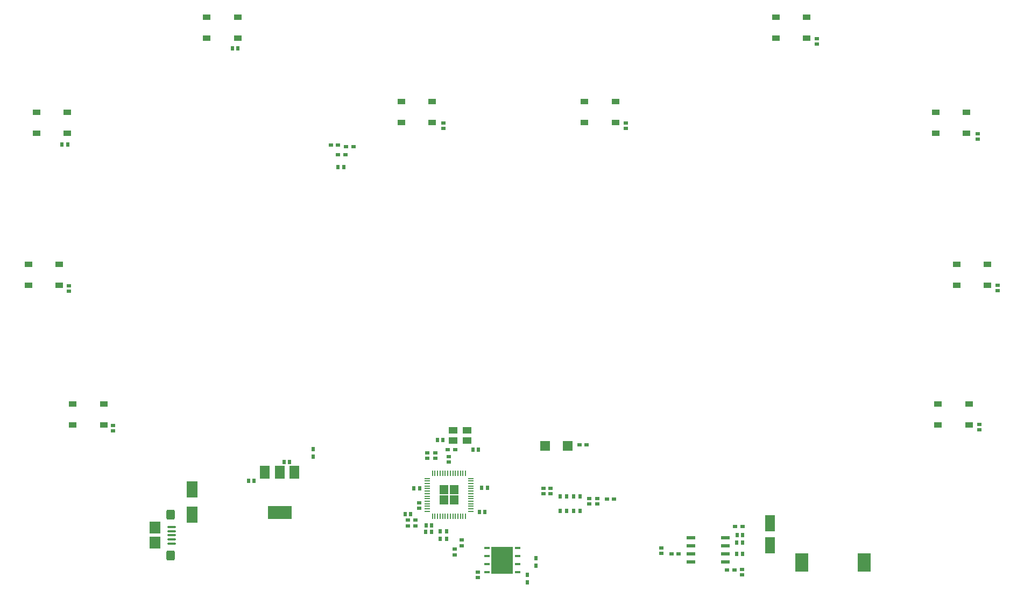
<source format=gbr>
%TF.GenerationSoftware,Altium Limited,Altium Designer,24.6.1 (21)*%
G04 Layer_Color=8421504*
%FSLAX45Y45*%
%MOMM*%
%TF.SameCoordinates,D6E34864-ACFE-43FA-A01B-F9739AC3D18D*%
%TF.FilePolarity,Positive*%
%TF.FileFunction,Paste,Top*%
%TF.Part,Single*%
G01*
G75*
%TA.AperFunction,SMDPad,CuDef*%
%ADD10R,0.17780X0.81280*%
%ADD11R,0.60000X0.75000*%
%ADD12R,0.60000X0.64000*%
%ADD13R,0.64000X0.60000*%
%ADD14R,0.75000X0.60000*%
%ADD15R,1.46050X0.55880*%
%ADD16R,1.60000X2.50000*%
%ADD17R,2.00000X3.00000*%
%ADD18R,1.24460X0.93980*%
%ADD19O,1.35000X0.40000*%
%ADD20R,1.80000X1.90000*%
G04:AMPARAMS|DCode=21|XSize=1.6mm|YSize=1.4mm|CornerRadius=0.35mm|HoleSize=0mm|Usage=FLASHONLY|Rotation=90.000|XOffset=0mm|YOffset=0mm|HoleType=Round|Shape=RoundedRectangle|*
%AMROUNDEDRECTD21*
21,1,1.60000,0.70000,0,0,90.0*
21,1,0.90000,1.40000,0,0,90.0*
1,1,0.70000,0.35000,0.45000*
1,1,0.70000,0.35000,-0.45000*
1,1,0.70000,-0.35000,-0.45000*
1,1,0.70000,-0.35000,0.45000*
%
%ADD21ROUNDEDRECTD21*%
%ADD22R,1.70000X2.50000*%
%ADD23R,1.50000X2.00000*%
%ADD24R,3.80000X2.00000*%
%ADD25R,0.81280X0.17780*%
%ADD27R,0.96000X0.44000*%
%ADD28R,3.40000X4.30000*%
%ADD29R,1.50000X1.60000*%
%ADD30R,0.60960X0.71120*%
%ADD31R,1.40000X1.10000*%
G36*
X-1268410Y4725990D02*
X-1128390D01*
Y4866010D01*
X-1268410D01*
Y4725990D01*
D02*
G37*
G36*
Y4886010D02*
X-1128390D01*
Y5026030D01*
X-1268410D01*
Y4886010D01*
D02*
G37*
G36*
X-1108390Y4725990D02*
X-968370D01*
Y4866010D01*
X-1108390D01*
Y4725990D01*
D02*
G37*
G36*
Y4886010D02*
X-968370D01*
Y5026030D01*
X-1108390D01*
Y4886010D01*
D02*
G37*
D10*
X-1098390Y4535650D02*
D03*
X-1298390D02*
D03*
X-1178390Y5216370D02*
D03*
X-858390D02*
D03*
X-898390D02*
D03*
X-938390D02*
D03*
X-978390D02*
D03*
X-1018390D02*
D03*
X-1058390D02*
D03*
X-1138390D02*
D03*
X-1218390D02*
D03*
X-1258390D02*
D03*
X-1298390D02*
D03*
X-1338390D02*
D03*
X-1378390D02*
D03*
Y4535650D02*
D03*
X-1338390D02*
D03*
X-1258390D02*
D03*
X-1218390D02*
D03*
X-1178390D02*
D03*
X-1138390D02*
D03*
X-1058390D02*
D03*
X-1018390D02*
D03*
X-978390D02*
D03*
X-938390D02*
D03*
X-898390D02*
D03*
X-858390D02*
D03*
X-1098390Y5216370D02*
D03*
D11*
X-1155700Y4299300D02*
D03*
Y4184300D02*
D03*
X-1257300Y4299300D02*
D03*
Y4184300D02*
D03*
X-3251990Y5478910D02*
D03*
Y5593910D02*
D03*
X113510Y3497710D02*
D03*
Y3612710D02*
D03*
X253210Y3764410D02*
D03*
Y3879410D02*
D03*
D12*
X-1397000Y4292600D02*
D03*
X-1485000D02*
D03*
X-1391100Y4394200D02*
D03*
X-1479100D02*
D03*
X3497610Y3948910D02*
D03*
X3409610D02*
D03*
X3497610Y4126710D02*
D03*
X3409610D02*
D03*
X3502087Y4244910D02*
D03*
X3414087D02*
D03*
X-4527890Y11911810D02*
D03*
X-4439890D02*
D03*
X-7207590Y10400510D02*
D03*
X-7119590D02*
D03*
X-4275689Y5097610D02*
D03*
X-4187689D02*
D03*
X-3714300Y5397500D02*
D03*
X-3626300D02*
D03*
X-655290Y5587210D02*
D03*
X-743290D02*
D03*
X-1302090Y5739610D02*
D03*
X-1214090D02*
D03*
X-1670390Y4977610D02*
D03*
X-1582390D02*
D03*
X-1809300Y4572000D02*
D03*
X-1721300D02*
D03*
X-603590Y4990310D02*
D03*
X-515590D02*
D03*
X-2864190Y10044910D02*
D03*
X-2776190D02*
D03*
X-641690Y4609310D02*
D03*
X-553690D02*
D03*
D13*
X2221710Y3955710D02*
D03*
Y4043710D02*
D03*
X3491710Y3612810D02*
D03*
Y3700810D02*
D03*
X7225510Y5898810D02*
D03*
Y5986810D02*
D03*
X7517610Y8095910D02*
D03*
Y8183910D02*
D03*
X7200110Y10483510D02*
D03*
Y10571510D02*
D03*
X4672810Y11982110D02*
D03*
Y12070110D02*
D03*
X1662910Y10648610D02*
D03*
Y10736610D02*
D03*
X-1207290Y10648610D02*
D03*
Y10736610D02*
D03*
X-7100090Y8083210D02*
D03*
Y8171210D02*
D03*
X-1118390Y5478810D02*
D03*
Y5390810D02*
D03*
X-1334290Y5454310D02*
D03*
Y5542310D02*
D03*
X-1461290D02*
D03*
Y5454310D02*
D03*
X-1588290Y4754910D02*
D03*
Y4666910D02*
D03*
X-1765300Y4476300D02*
D03*
Y4388300D02*
D03*
X-1651000D02*
D03*
Y4476300D02*
D03*
X-1028700Y3931100D02*
D03*
Y4019100D02*
D03*
X-922683Y4076110D02*
D03*
Y4164111D02*
D03*
X-661190Y3662710D02*
D03*
Y3574710D02*
D03*
X1218410Y4730410D02*
D03*
Y4818410D02*
D03*
X1091410Y4818410D02*
D03*
Y4730410D02*
D03*
X481810Y4983510D02*
D03*
Y4895510D02*
D03*
X367510Y4895510D02*
D03*
Y4983510D02*
D03*
X-6401590Y5974110D02*
D03*
Y5886110D02*
D03*
D14*
X2495110Y3948910D02*
D03*
X2380110D02*
D03*
X3256410Y3694910D02*
D03*
X3371410D02*
D03*
X3498410Y4380710D02*
D03*
X3383410D02*
D03*
X-1137790Y5587210D02*
D03*
X-1022790D02*
D03*
X932310Y5663410D02*
D03*
X1047310D02*
D03*
X1479110Y4812510D02*
D03*
X1364110D02*
D03*
X-2749990Y10235410D02*
D03*
X-2864990D02*
D03*
X-2622990Y10362410D02*
D03*
X-2737990D02*
D03*
X-2864290Y10387810D02*
D03*
X-2979290D02*
D03*
D15*
X2685895Y4202910D02*
D03*
Y4075910D02*
D03*
Y3948910D02*
D03*
Y3821910D02*
D03*
X3230725D02*
D03*
Y3948910D02*
D03*
Y4075910D02*
D03*
Y4202910D02*
D03*
D16*
X3936210Y4078710D02*
D03*
Y4428710D02*
D03*
D17*
X4431510Y3809210D02*
D03*
X5416510D02*
D03*
D18*
X7062950Y5981010D02*
D03*
Y6311010D02*
D03*
X6575270D02*
D03*
Y5981010D02*
D03*
X7355050Y8176910D02*
D03*
Y8506910D02*
D03*
X6867370D02*
D03*
Y8176910D02*
D03*
X6537170Y10576910D02*
D03*
Y10906910D02*
D03*
X7024850D02*
D03*
Y10576910D02*
D03*
X4510250Y12076910D02*
D03*
Y12406910D02*
D03*
X4022570D02*
D03*
Y12076910D02*
D03*
X1500350Y10743510D02*
D03*
Y11073510D02*
D03*
X1012670D02*
D03*
Y10743510D02*
D03*
X-1382550D02*
D03*
Y11073510D02*
D03*
X-1870230D02*
D03*
Y10743510D02*
D03*
X-4443250Y12077010D02*
D03*
Y12407010D02*
D03*
X-4930930D02*
D03*
Y12077010D02*
D03*
X-7122950Y10576910D02*
D03*
Y10906910D02*
D03*
X-7610630D02*
D03*
Y10576910D02*
D03*
X-7249950Y8176910D02*
D03*
Y8506910D02*
D03*
X-7737630D02*
D03*
Y8176910D02*
D03*
X-6551450Y5976910D02*
D03*
Y6306910D02*
D03*
X-7039130D02*
D03*
Y5976910D02*
D03*
D19*
X-5478690Y4176010D02*
D03*
Y4111010D02*
D03*
Y4371011D02*
D03*
Y4306010D02*
D03*
Y4241010D02*
D03*
D20*
X-5746190Y4361010D02*
D03*
Y4121010D02*
D03*
D21*
X-5501190Y4561010D02*
D03*
Y3921010D02*
D03*
D22*
X-5156990Y4961710D02*
D03*
Y4561710D02*
D03*
D23*
X-3554600Y5229900D02*
D03*
X-3784600D02*
D03*
X-4014600D02*
D03*
D24*
X-3784600Y4599900D02*
D03*
D25*
X-778030Y4616010D02*
D03*
Y4656010D02*
D03*
Y4696010D02*
D03*
Y4736010D02*
D03*
Y4776010D02*
D03*
Y4816010D02*
D03*
Y4856010D02*
D03*
Y4896010D02*
D03*
Y4936010D02*
D03*
Y4976010D02*
D03*
Y5016010D02*
D03*
Y5056010D02*
D03*
Y5096010D02*
D03*
Y5136010D02*
D03*
X-1458750D02*
D03*
Y5096010D02*
D03*
Y5056010D02*
D03*
Y5016010D02*
D03*
Y4976010D02*
D03*
Y4936010D02*
D03*
Y4896010D02*
D03*
Y4856010D02*
D03*
Y4816010D02*
D03*
Y4776010D02*
D03*
Y4736010D02*
D03*
Y4696010D02*
D03*
Y4656010D02*
D03*
Y4616010D02*
D03*
D27*
X-518190Y3656810D02*
D03*
Y3783810D02*
D03*
Y3910810D02*
D03*
Y4037810D02*
D03*
X-42190D02*
D03*
Y3910810D02*
D03*
Y3783810D02*
D03*
Y3656810D02*
D03*
D28*
X-280190Y3847310D02*
D03*
D29*
X750710Y5650710D02*
D03*
X390710D02*
D03*
D30*
X944110Y4623280D02*
D03*
X839110D02*
D03*
X734110D02*
D03*
X629110D02*
D03*
Y4849340D02*
D03*
X734110D02*
D03*
X839110D02*
D03*
X944110D02*
D03*
D31*
X-830590Y5735810D02*
D03*
X-1050590Y5895810D02*
D03*
X-830590D02*
D03*
X-1050590Y5735810D02*
D03*
%TF.MD5,95ac62fe0dac386e045ec6a1734b8e13*%
M02*

</source>
